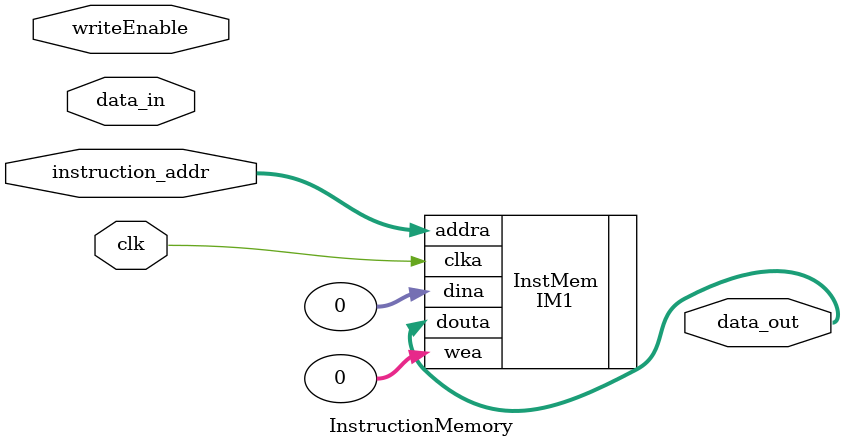
<source format=v>
`timescale 1ns / 1ps
module InstructionMemory(
	input clk,
	input  writeEnable,		// write instructions to instruction memory // comment out for testing
	input [4 : 0] instruction_addr,		// instruction address	// comment out for testing
	input [31 : 0] data_in,			// comment out for testing
	output [31 : 0] data_out
	//output slo_clk		// testing
    );
	

//	always @(posedge clk)
//	begin
//		instruction_addrr = instruction_addrr+1;
//	end
//	assign data_out = 25;
	///////////////////////////
	// initialise
	IM1 InstMem (.clka(clk),.wea(0),.addra(instruction_addr),.dina(0),.douta(data_out));
	
	//blk_mem_gen_v7_3 InstMem (.clka(clk),.wea(0),.addra(instruction_addrr),.dina(data_in),.douta(data_out));
endmodule

</source>
